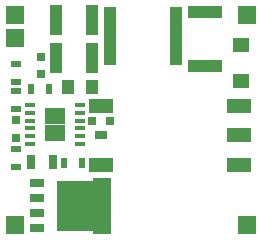
<source format=gbr>
G04 #@! TF.GenerationSoftware,KiCad,Pcbnew,(5.0.0)*
G04 #@! TF.CreationDate,2018-09-03T15:40:08-07:00*
G04 #@! TF.ProjectId,nixie_psu_breakout,6E697869655F7073755F627265616B6F,rev?*
G04 #@! TF.SameCoordinates,Original*
G04 #@! TF.FileFunction,Soldermask,Top*
G04 #@! TF.FilePolarity,Negative*
%FSLAX46Y46*%
G04 Gerber Fmt 4.6, Leading zero omitted, Abs format (unit mm)*
G04 Created by KiCad (PCBNEW (5.0.0)) date 09/03/18 15:40:08*
%MOMM*%
%LPD*%
G01*
G04 APERTURE LIST*
%ADD10R,2.080000X1.170000*%
%ADD11R,1.100000X0.800000*%
%ADD12R,1.400000X1.200000*%
%ADD13R,0.500000X0.900000*%
%ADD14R,0.890000X0.420000*%
%ADD15R,0.825000X0.712500*%
%ADD16R,0.900000X0.500000*%
%ADD17R,0.700000X1.300000*%
%ADD18R,0.750000X0.800000*%
%ADD19R,1.000000X1.250000*%
%ADD20R,1.000000X2.500000*%
%ADD21R,1.000000X5.000000*%
%ADD22R,3.000000X1.000000*%
%ADD23R,0.800000X0.750000*%
%ADD24R,1.500000X1.500000*%
%ADD25R,1.150000X0.700000*%
%ADD26R,1.550000X4.700000*%
%ADD27R,3.300000X4.200000*%
G04 APERTURE END LIST*
D10*
G04 #@! TO.C,T1*
X145830000Y-89000000D03*
X145830000Y-91500000D03*
X145830000Y-94000000D03*
X134170000Y-94000000D03*
X134170000Y-89000000D03*
D11*
X134170000Y-91500000D03*
G04 #@! TD*
D12*
G04 #@! TO.C,D1*
X146000000Y-83850000D03*
X146000000Y-86950000D03*
G04 #@! TD*
D13*
G04 #@! TO.C,R6*
X131050000Y-93850000D03*
X132550000Y-93850000D03*
G04 #@! TD*
D14*
G04 #@! TO.C,U1*
X128195000Y-88975000D03*
X128195000Y-89625000D03*
X128195000Y-90275000D03*
X128195000Y-90925000D03*
X128195000Y-91575000D03*
X128195000Y-92225000D03*
X132405000Y-92225000D03*
X132405000Y-91575000D03*
X132405000Y-90925000D03*
X132405000Y-90275000D03*
X132405000Y-89625000D03*
X132405000Y-88975000D03*
D15*
X130712500Y-91668750D03*
X130712500Y-90956250D03*
X130712500Y-90243750D03*
X130712500Y-89531250D03*
X129887500Y-91668750D03*
X129887500Y-90956250D03*
X129887500Y-90243750D03*
X129887500Y-89531250D03*
G04 #@! TD*
D16*
G04 #@! TO.C,R5*
X127000000Y-85500000D03*
X127000000Y-87000000D03*
G04 #@! TD*
D17*
G04 #@! TO.C,R4*
X128250000Y-93800000D03*
X130150000Y-93800000D03*
G04 #@! TD*
D16*
G04 #@! TO.C,R3*
X127000000Y-87800000D03*
X127000000Y-89300000D03*
G04 #@! TD*
D13*
G04 #@! TO.C,R2*
X128250000Y-87600000D03*
X129750000Y-87600000D03*
G04 #@! TD*
D16*
G04 #@! TO.C,R1*
X127000000Y-94200000D03*
X127000000Y-92700000D03*
G04 #@! TD*
D18*
G04 #@! TO.C,C3*
X129100000Y-84850000D03*
X129100000Y-86350000D03*
G04 #@! TD*
D19*
G04 #@! TO.C,C2*
X131400000Y-87450000D03*
X133400000Y-87450000D03*
G04 #@! TD*
D18*
G04 #@! TO.C,C4*
X127000000Y-91750000D03*
X127000000Y-90250000D03*
G04 #@! TD*
D20*
G04 #@! TO.C,C1*
X130400000Y-84950000D03*
X133400000Y-84950000D03*
G04 #@! TD*
D21*
G04 #@! TO.C,C5*
X134900000Y-83100000D03*
X140500000Y-83100000D03*
G04 #@! TD*
D22*
G04 #@! TO.C,C6*
X143000000Y-85650000D03*
X143000000Y-81050000D03*
G04 #@! TD*
D23*
G04 #@! TO.C,C7*
X134950000Y-90350000D03*
X133450000Y-90350000D03*
G04 #@! TD*
D24*
G04 #@! TO.C,J3*
X126900000Y-99150000D03*
G04 #@! TD*
G04 #@! TO.C,J4*
X146500000Y-99150000D03*
G04 #@! TD*
G04 #@! TO.C,J5*
X146500000Y-81300000D03*
G04 #@! TD*
G04 #@! TO.C,J1*
X126900000Y-81300000D03*
G04 #@! TD*
G04 #@! TO.C,J2*
X126900000Y-83300000D03*
G04 #@! TD*
D25*
G04 #@! TO.C,Q1*
X128765000Y-96860000D03*
X128765000Y-95590000D03*
X128765000Y-98140000D03*
D26*
X134235000Y-97500000D03*
D27*
X132035000Y-97500000D03*
D25*
X128765000Y-99410000D03*
G04 #@! TD*
D20*
G04 #@! TO.C,C8*
X130400000Y-81800000D03*
X133400000Y-81800000D03*
G04 #@! TD*
M02*

</source>
